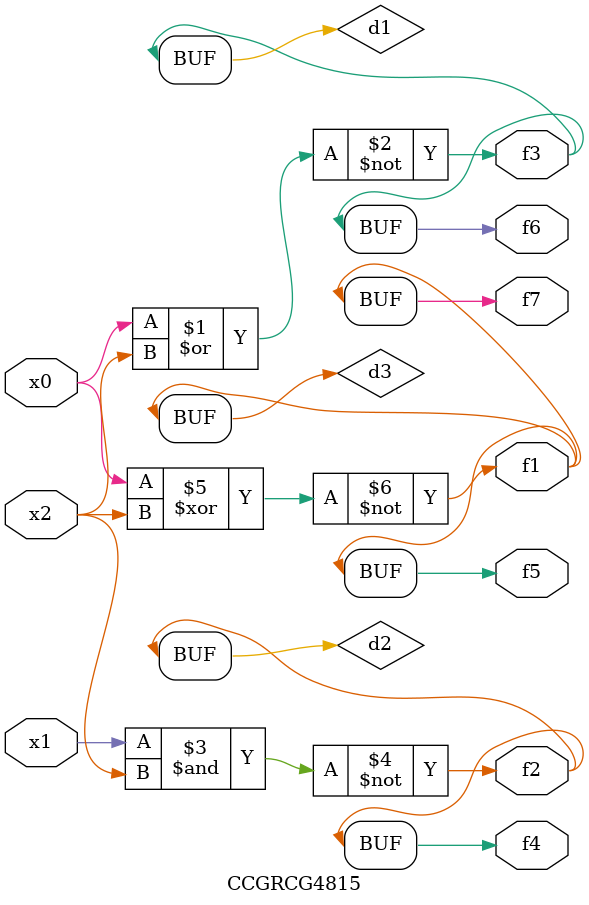
<source format=v>
module CCGRCG4815(
	input x0, x1, x2,
	output f1, f2, f3, f4, f5, f6, f7
);

	wire d1, d2, d3;

	nor (d1, x0, x2);
	nand (d2, x1, x2);
	xnor (d3, x0, x2);
	assign f1 = d3;
	assign f2 = d2;
	assign f3 = d1;
	assign f4 = d2;
	assign f5 = d3;
	assign f6 = d1;
	assign f7 = d3;
endmodule

</source>
